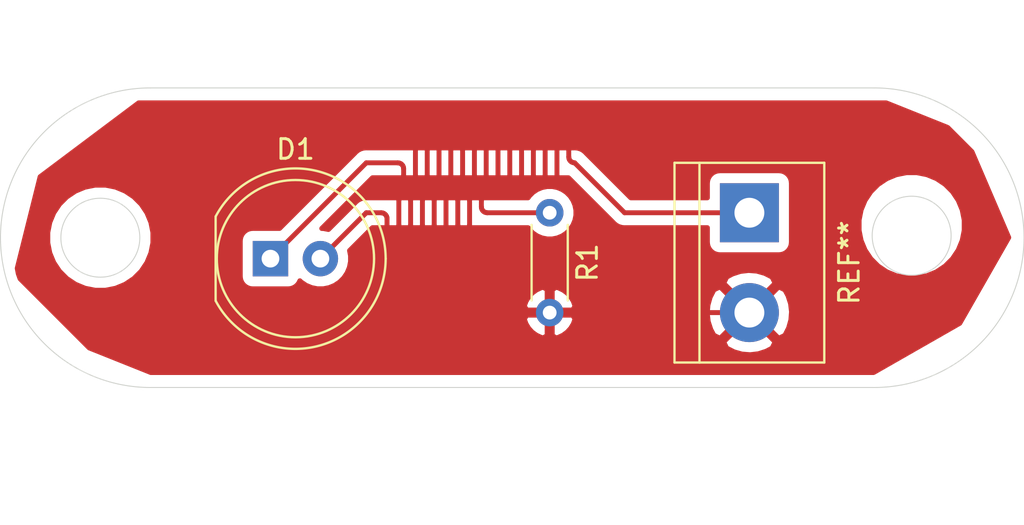
<source format=kicad_pcb>
(kicad_pcb (version 20171130) (host pcbnew "(5.1.5)-3")

  (general
    (thickness 1.6)
    (drawings 6)
    (tracks 368)
    (zones 0)
    (modules 3)
    (nets 4)
  )

  (page A4)
  (title_block
    (title "Simple PCB")
    (date 2020-04-01)
    (rev 1)
    (company Falkon)
    (comment 1 "Designed by Adam Falkowski")
  )

  (layers
    (0 F.Cu signal)
    (31 B.Cu signal)
    (32 B.Adhes user)
    (33 F.Adhes user)
    (34 B.Paste user)
    (35 F.Paste user)
    (36 B.SilkS user)
    (37 F.SilkS user)
    (38 B.Mask user)
    (39 F.Mask user)
    (40 Dwgs.User user)
    (41 Cmts.User user)
    (42 Eco1.User user)
    (43 Eco2.User user)
    (44 Edge.Cuts user)
    (45 Margin user)
    (46 B.CrtYd user)
    (47 F.CrtYd user)
    (48 B.Fab user)
    (49 F.Fab user)
  )

  (setup
    (last_trace_width 0.25)
    (trace_clearance 0.2)
    (zone_clearance 0.508)
    (zone_45_only no)
    (trace_min 0.2)
    (via_size 0.8)
    (via_drill 0.4)
    (via_min_size 0.4)
    (via_min_drill 0.3)
    (uvia_size 0.3)
    (uvia_drill 0.1)
    (uvias_allowed no)
    (uvia_min_size 0.2)
    (uvia_min_drill 0.1)
    (edge_width 0.05)
    (segment_width 0.2)
    (pcb_text_width 0.3)
    (pcb_text_size 1.5 1.5)
    (mod_edge_width 0.12)
    (mod_text_size 1 1)
    (mod_text_width 0.15)
    (pad_size 2.5 2.5)
    (pad_drill 2.5)
    (pad_to_mask_clearance 0.051)
    (solder_mask_min_width 0.25)
    (aux_axis_origin 0 0)
    (visible_elements 7FFFF7FF)
    (pcbplotparams
      (layerselection 0x010fc_ffffffff)
      (usegerberextensions false)
      (usegerberattributes false)
      (usegerberadvancedattributes false)
      (creategerberjobfile false)
      (excludeedgelayer true)
      (linewidth 0.100000)
      (plotframeref false)
      (viasonmask false)
      (mode 1)
      (useauxorigin false)
      (hpglpennumber 1)
      (hpglpenspeed 20)
      (hpglpendiameter 15.000000)
      (psnegative false)
      (psa4output false)
      (plotreference true)
      (plotvalue true)
      (plotinvisibletext false)
      (padsonsilk false)
      (subtractmaskfromsilk false)
      (outputformat 1)
      (mirror false)
      (drillshape 1)
      (scaleselection 1)
      (outputdirectory ""))
  )

  (net 0 "")
  (net 1 GND)
  (net 2 "Net-(D1-Pad2)")
  (net 3 +5V)

  (net_class Default "This is the default net class."
    (clearance 0.2)
    (trace_width 0.25)
    (via_dia 0.8)
    (via_drill 0.4)
    (uvia_dia 0.3)
    (uvia_drill 0.1)
    (add_net +5V)
    (add_net GND)
    (add_net "Net-(D1-Pad2)")
  )

  (module TerminalBlock:TerminalBlock_bornier-2_P5.08mm (layer F.Cu) (tedit 59FF03AB) (tstamp 5E85A13D)
    (at 165.1 96.52 270)
    (descr "simple 2-pin terminal block, pitch 5.08mm, revamped version of bornier2")
    (tags "terminal block bornier2")
    (fp_text reference REF** (at 2.54 -5.08 90) (layer F.SilkS)
      (effects (font (size 1 1) (thickness 0.15)))
    )
    (fp_text value TerminalBlock_bornier-2_P5.08mm (at 2.54 5.08 90) (layer F.Fab)
      (effects (font (size 1 1) (thickness 0.15)))
    )
    (fp_line (start 7.79 4) (end -2.71 4) (layer F.CrtYd) (width 0.05))
    (fp_line (start 7.79 4) (end 7.79 -4) (layer F.CrtYd) (width 0.05))
    (fp_line (start -2.71 -4) (end -2.71 4) (layer F.CrtYd) (width 0.05))
    (fp_line (start -2.71 -4) (end 7.79 -4) (layer F.CrtYd) (width 0.05))
    (fp_line (start -2.54 3.81) (end 7.62 3.81) (layer F.SilkS) (width 0.12))
    (fp_line (start -2.54 -3.81) (end -2.54 3.81) (layer F.SilkS) (width 0.12))
    (fp_line (start 7.62 -3.81) (end -2.54 -3.81) (layer F.SilkS) (width 0.12))
    (fp_line (start 7.62 3.81) (end 7.62 -3.81) (layer F.SilkS) (width 0.12))
    (fp_line (start 7.62 2.54) (end -2.54 2.54) (layer F.SilkS) (width 0.12))
    (fp_line (start 7.54 -3.75) (end -2.46 -3.75) (layer F.Fab) (width 0.1))
    (fp_line (start 7.54 3.75) (end 7.54 -3.75) (layer F.Fab) (width 0.1))
    (fp_line (start -2.46 3.75) (end 7.54 3.75) (layer F.Fab) (width 0.1))
    (fp_line (start -2.46 -3.75) (end -2.46 3.75) (layer F.Fab) (width 0.1))
    (fp_line (start -2.41 2.55) (end 7.49 2.55) (layer F.Fab) (width 0.1))
    (fp_text user %R (at 2.54 0 90) (layer F.Fab)
      (effects (font (size 1 1) (thickness 0.15)))
    )
    (pad 2 thru_hole circle (at 5.08 0 270) (size 3 3) (drill 1.52) (layers *.Cu *.Mask)
      (net 3 +5V))
    (pad 1 thru_hole rect (at 0 0 270) (size 3 3) (drill 1.52) (layers *.Cu *.Mask))
    (model ${KISYS3DMOD}/TerminalBlock.3dshapes/TerminalBlock_bornier-2_P5.08mm.wrl
      (offset (xyz 2.539999961853027 0 0))
      (scale (xyz 1 1 1))
      (rotate (xyz 0 0 0))
    )
  )

  (module LED_THT:LED_D8.0mm (layer F.Cu) (tedit 587A3A7B) (tstamp 5E854D2E)
    (at 140.735001 98.855001)
    (descr "LED, diameter 8.0mm, 2 pins, http://cdn-reichelt.de/documents/datenblatt/A500/LED8MMGE_LED8MMGN_LED8MMRT%23KIN.pdf")
    (tags "LED diameter 8.0mm 2 pins")
    (path /5E84C576)
    (fp_text reference D1 (at 1.27 -5.56) (layer F.SilkS)
      (effects (font (size 1 1) (thickness 0.15)))
    )
    (fp_text value LED (at 1.27 5.56) (layer F.Fab)
      (effects (font (size 1 1) (thickness 0.15)))
    )
    (fp_arc (start 1.27 0) (end -2.73 -2.061553) (angle 305.5) (layer F.Fab) (width 0.1))
    (fp_arc (start 1.27 0) (end -2.79 -2.141145) (angle 152.2) (layer F.SilkS) (width 0.12))
    (fp_arc (start 1.27 0) (end -2.79 2.141145) (angle -152.2) (layer F.SilkS) (width 0.12))
    (fp_circle (center 1.27 0) (end 5.27 0) (layer F.Fab) (width 0.1))
    (fp_circle (center 1.27 0) (end 5.27 0) (layer F.SilkS) (width 0.12))
    (fp_line (start -2.73 -2.061553) (end -2.73 2.061553) (layer F.Fab) (width 0.1))
    (fp_line (start -2.79 -2.142) (end -2.79 2.142) (layer F.SilkS) (width 0.12))
    (fp_line (start -3.55 -4.85) (end -3.55 4.85) (layer F.CrtYd) (width 0.05))
    (fp_line (start -3.55 4.85) (end 6.1 4.85) (layer F.CrtYd) (width 0.05))
    (fp_line (start 6.1 4.85) (end 6.1 -4.85) (layer F.CrtYd) (width 0.05))
    (fp_line (start 6.1 -4.85) (end -3.55 -4.85) (layer F.CrtYd) (width 0.05))
    (pad 1 thru_hole rect (at 0 0) (size 1.8 1.8) (drill 0.9) (layers *.Cu *.Mask)
      (net 1 GND))
    (pad 2 thru_hole circle (at 2.54 0) (size 1.8 1.8) (drill 0.9) (layers *.Cu *.Mask)
      (net 2 "Net-(D1-Pad2)"))
    (model ${KISYS3DMOD}/LED_THT.3dshapes/LED_D8.0mm.wrl
      (at (xyz 0 0 0))
      (scale (xyz 1 1 1))
      (rotate (xyz 0 0 0))
    )
  )

  (module Resistor_THT:R_Axial_DIN0204_L3.6mm_D1.6mm_P5.08mm_Horizontal (layer F.Cu) (tedit 5AE5139B) (tstamp 5E854D41)
    (at 154.94 96.52 270)
    (descr "Resistor, Axial_DIN0204 series, Axial, Horizontal, pin pitch=5.08mm, 0.167W, length*diameter=3.6*1.6mm^2, http://cdn-reichelt.de/documents/datenblatt/B400/1_4W%23YAG.pdf")
    (tags "Resistor Axial_DIN0204 series Axial Horizontal pin pitch 5.08mm 0.167W length 3.6mm diameter 1.6mm")
    (path /5E85291E)
    (fp_text reference R1 (at 2.54 -1.92 90) (layer F.SilkS)
      (effects (font (size 1 1) (thickness 0.15)))
    )
    (fp_text value R (at 2.54 1.92 90) (layer F.Fab)
      (effects (font (size 1 1) (thickness 0.15)))
    )
    (fp_line (start 0.74 -0.8) (end 0.74 0.8) (layer F.Fab) (width 0.1))
    (fp_line (start 0.74 0.8) (end 4.34 0.8) (layer F.Fab) (width 0.1))
    (fp_line (start 4.34 0.8) (end 4.34 -0.8) (layer F.Fab) (width 0.1))
    (fp_line (start 4.34 -0.8) (end 0.74 -0.8) (layer F.Fab) (width 0.1))
    (fp_line (start 0 0) (end 0.74 0) (layer F.Fab) (width 0.1))
    (fp_line (start 5.08 0) (end 4.34 0) (layer F.Fab) (width 0.1))
    (fp_line (start 0.62 -0.92) (end 4.46 -0.92) (layer F.SilkS) (width 0.12))
    (fp_line (start 0.62 0.92) (end 4.46 0.92) (layer F.SilkS) (width 0.12))
    (fp_line (start -0.95 -1.05) (end -0.95 1.05) (layer F.CrtYd) (width 0.05))
    (fp_line (start -0.95 1.05) (end 6.03 1.05) (layer F.CrtYd) (width 0.05))
    (fp_line (start 6.03 1.05) (end 6.03 -1.05) (layer F.CrtYd) (width 0.05))
    (fp_line (start 6.03 -1.05) (end -0.95 -1.05) (layer F.CrtYd) (width 0.05))
    (fp_text user %R (at 2.54 0 90) (layer F.Fab)
      (effects (font (size 0.72 0.72) (thickness 0.108)))
    )
    (pad 1 thru_hole circle (at 0 0 270) (size 1.4 1.4) (drill 0.7) (layers *.Cu *.Mask)
      (net 2 "Net-(D1-Pad2)"))
    (pad 2 thru_hole oval (at 5.08 0 270) (size 1.4 1.4) (drill 0.7) (layers *.Cu *.Mask)
      (net 3 +5V))
    (model ${KISYS3DMOD}/Resistor_THT.3dshapes/R_Axial_DIN0204_L3.6mm_D1.6mm_P5.08mm_Horizontal.wrl
      (at (xyz 0 0 0))
      (scale (xyz 1 1 1))
      (rotate (xyz 0 0 0))
    )
  )

  (gr_circle (center 173.355 97.686954) (end 172.72 95.781954) (layer Edge.Cuts) (width 0.05))
  (gr_circle (center 132.08 97.79) (end 132.715 95.885) (layer Edge.Cuts) (width 0.05))
  (gr_arc (start 134.62 97.79) (end 134.62 90.17) (angle -180) (layer Edge.Cuts) (width 0.05))
  (gr_line (start 171.45 90.17) (end 134.62 90.17) (layer Edge.Cuts) (width 0.05))
  (gr_arc (start 171.45 97.79) (end 171.45 105.41) (angle -180) (layer Edge.Cuts) (width 0.05))
  (gr_line (start 134.62 105.41) (end 171.45 105.41) (layer Edge.Cuts) (width 0.05))

  (segment (start 145.610002 93.98) (end 140.735001 98.855001) (width 0.25) (layer F.Cu) (net 0))
  (segment (start 147.21 93.98) (end 145.610002 93.98) (width 0.25) (layer F.Cu) (net 0))
  (segment (start 147.276756 93.987522) (end 147.21 93.98) (width 0.25) (layer F.Cu) (net 0))
  (segment (start 147.340165 94.00971) (end 147.276756 93.987522) (width 0.25) (layer F.Cu) (net 0))
  (segment (start 147.397046 94.045451) (end 147.340165 94.00971) (width 0.25) (layer F.Cu) (net 0))
  (segment (start 147.444549 94.092954) (end 147.397046 94.045451) (width 0.25) (layer F.Cu) (net 0))
  (segment (start 147.48029 94.149835) (end 147.444549 94.092954) (width 0.25) (layer F.Cu) (net 0))
  (segment (start 147.502478 94.213244) (end 147.48029 94.149835) (width 0.25) (layer F.Cu) (net 0))
  (segment (start 147.51 94.28) (end 147.502478 94.213244) (width 0.25) (layer F.Cu) (net 0))
  (segment (start 147.51 94.624865) (end 147.51 94.28) (width 0.25) (layer F.Cu) (net 0))
  (segment (start 147.517521 94.691622) (end 147.51 94.624865) (width 0.25) (layer F.Cu) (net 0))
  (segment (start 147.539709 94.755031) (end 147.517521 94.691622) (width 0.25) (layer F.Cu) (net 0))
  (segment (start 147.57545 94.811912) (end 147.539709 94.755031) (width 0.25) (layer F.Cu) (net 0))
  (segment (start 147.622953 94.859415) (end 147.57545 94.811912) (width 0.25) (layer F.Cu) (net 0))
  (segment (start 147.679834 94.895156) (end 147.622953 94.859415) (width 0.25) (layer F.Cu) (net 0))
  (segment (start 147.743243 94.917344) (end 147.679834 94.895156) (width 0.25) (layer F.Cu) (net 0))
  (segment (start 147.81 94.924865) (end 147.743243 94.917344) (width 0.25) (layer F.Cu) (net 0))
  (segment (start 147.876756 94.917344) (end 147.81 94.924865) (width 0.25) (layer F.Cu) (net 0))
  (segment (start 147.940165 94.895156) (end 147.876756 94.917344) (width 0.25) (layer F.Cu) (net 0))
  (segment (start 147.997046 94.859415) (end 147.940165 94.895156) (width 0.25) (layer F.Cu) (net 0))
  (segment (start 148.044549 94.811912) (end 147.997046 94.859415) (width 0.25) (layer F.Cu) (net 0))
  (segment (start 148.08029 94.755031) (end 148.044549 94.811912) (width 0.25) (layer F.Cu) (net 0))
  (segment (start 148.102478 94.691622) (end 148.08029 94.755031) (width 0.25) (layer F.Cu) (net 0))
  (segment (start 148.11 94.624865) (end 148.102478 94.691622) (width 0.25) (layer F.Cu) (net 0))
  (segment (start 148.11 93.335135) (end 148.11 94.624865) (width 0.25) (layer F.Cu) (net 0))
  (segment (start 148.117521 93.268378) (end 148.11 93.335135) (width 0.25) (layer F.Cu) (net 0))
  (segment (start 148.139709 93.204969) (end 148.117521 93.268378) (width 0.25) (layer F.Cu) (net 0))
  (segment (start 148.17545 93.148088) (end 148.139709 93.204969) (width 0.25) (layer F.Cu) (net 0))
  (segment (start 148.222953 93.100585) (end 148.17545 93.148088) (width 0.25) (layer F.Cu) (net 0))
  (segment (start 148.279834 93.064844) (end 148.222953 93.100585) (width 0.25) (layer F.Cu) (net 0))
  (segment (start 152.37545 94.811912) (end 152.339709 94.755031) (width 0.25) (layer F.Cu) (net 0))
  (segment (start 152.422953 94.859415) (end 152.37545 94.811912) (width 0.25) (layer F.Cu) (net 0))
  (segment (start 152.479834 94.895156) (end 152.422953 94.859415) (width 0.25) (layer F.Cu) (net 0))
  (segment (start 152.61 94.924865) (end 152.543243 94.917344) (width 0.25) (layer F.Cu) (net 0))
  (segment (start 152.740165 94.895156) (end 152.676756 94.917344) (width 0.25) (layer F.Cu) (net 0))
  (segment (start 152.797046 94.859415) (end 152.740165 94.895156) (width 0.25) (layer F.Cu) (net 0))
  (segment (start 152.844549 94.811912) (end 152.797046 94.859415) (width 0.25) (layer F.Cu) (net 0))
  (segment (start 152.88029 94.755031) (end 152.844549 94.811912) (width 0.25) (layer F.Cu) (net 0))
  (segment (start 152.91 94.624865) (end 152.902478 94.691622) (width 0.25) (layer F.Cu) (net 0))
  (segment (start 152.917521 93.268378) (end 152.91 93.335135) (width 0.25) (layer F.Cu) (net 0))
  (segment (start 152.939709 93.204969) (end 152.917521 93.268378) (width 0.25) (layer F.Cu) (net 0))
  (segment (start 153.022953 93.100585) (end 152.97545 93.148088) (width 0.25) (layer F.Cu) (net 0))
  (segment (start 153.079834 93.064844) (end 153.022953 93.100585) (width 0.25) (layer F.Cu) (net 0))
  (segment (start 153.143243 93.042656) (end 153.079834 93.064844) (width 0.25) (layer F.Cu) (net 0))
  (segment (start 153.21 93.035135) (end 153.143243 93.042656) (width 0.25) (layer F.Cu) (net 0))
  (segment (start 153.444549 93.148088) (end 153.397046 93.100585) (width 0.25) (layer F.Cu) (net 0))
  (segment (start 153.48029 93.204969) (end 153.444549 93.148088) (width 0.25) (layer F.Cu) (net 0))
  (segment (start 153.502478 93.268378) (end 153.48029 93.204969) (width 0.25) (layer F.Cu) (net 0))
  (segment (start 153.51 93.335135) (end 153.502478 93.268378) (width 0.25) (layer F.Cu) (net 0))
  (segment (start 153.539709 94.755031) (end 153.517521 94.691622) (width 0.25) (layer F.Cu) (net 0))
  (segment (start 153.622953 94.859415) (end 153.57545 94.811912) (width 0.25) (layer F.Cu) (net 0))
  (segment (start 153.743243 94.917344) (end 153.679834 94.895156) (width 0.25) (layer F.Cu) (net 0))
  (segment (start 153.81 94.924865) (end 153.743243 94.917344) (width 0.25) (layer F.Cu) (net 0))
  (segment (start 153.876756 94.917344) (end 153.81 94.924865) (width 0.25) (layer F.Cu) (net 0))
  (segment (start 153.940165 94.895156) (end 153.876756 94.917344) (width 0.25) (layer F.Cu) (net 0))
  (segment (start 153.997046 94.859415) (end 153.940165 94.895156) (width 0.25) (layer F.Cu) (net 0))
  (segment (start 154.044549 94.811912) (end 153.997046 94.859415) (width 0.25) (layer F.Cu) (net 0))
  (segment (start 154.11 94.624865) (end 154.102478 94.691622) (width 0.25) (layer F.Cu) (net 0))
  (segment (start 154.117521 93.268378) (end 154.11 93.335135) (width 0.25) (layer F.Cu) (net 0))
  (segment (start 154.139709 93.204969) (end 154.117521 93.268378) (width 0.25) (layer F.Cu) (net 0))
  (segment (start 154.17545 93.148088) (end 154.139709 93.204969) (width 0.25) (layer F.Cu) (net 0))
  (segment (start 154.279834 93.064844) (end 154.222953 93.100585) (width 0.25) (layer F.Cu) (net 0))
  (segment (start 154.343243 93.042656) (end 154.279834 93.064844) (width 0.25) (layer F.Cu) (net 0))
  (segment (start 154.41 93.035135) (end 154.343243 93.042656) (width 0.25) (layer F.Cu) (net 0))
  (segment (start 153.340165 93.064844) (end 153.276756 93.042656) (width 0.25) (layer F.Cu) (net 0))
  (segment (start 155.339709 93.204969) (end 155.317521 93.268378) (width 0.25) (layer F.Cu) (net 0))
  (segment (start 153.51 94.624865) (end 153.51 93.335135) (width 0.25) (layer F.Cu) (net 0))
  (segment (start 155.37545 93.148088) (end 155.339709 93.204969) (width 0.25) (layer F.Cu) (net 0))
  (segment (start 148.597046 93.100585) (end 148.540165 93.064844) (width 0.25) (layer F.Cu) (net 0))
  (segment (start 154.11 93.335135) (end 154.11 94.624865) (width 0.25) (layer F.Cu) (net 0))
  (segment (start 155.422953 93.100585) (end 155.37545 93.148088) (width 0.25) (layer F.Cu) (net 0))
  (segment (start 154.71 93.335135) (end 154.702478 93.268378) (width 0.25) (layer F.Cu) (net 0))
  (segment (start 155.479834 93.064844) (end 155.422953 93.100585) (width 0.25) (layer F.Cu) (net 0))
  (segment (start 155.676756 93.042656) (end 155.61 93.035135) (width 0.25) (layer F.Cu) (net 0))
  (segment (start 152.676756 94.917344) (end 152.61 94.924865) (width 0.25) (layer F.Cu) (net 0))
  (segment (start 154.702478 93.268378) (end 154.68029 93.204969) (width 0.25) (layer F.Cu) (net 0))
  (segment (start 148.71 93.335135) (end 148.702478 93.268378) (width 0.25) (layer F.Cu) (net 0))
  (segment (start 155.740165 93.064844) (end 155.676756 93.042656) (width 0.25) (layer F.Cu) (net 0))
  (segment (start 155.31 94.624865) (end 155.302478 94.691622) (width 0.25) (layer F.Cu) (net 0))
  (segment (start 149.01 94.924865) (end 148.943243 94.917344) (width 0.25) (layer F.Cu) (net 0))
  (segment (start 155.797046 93.100585) (end 155.740165 93.064844) (width 0.25) (layer F.Cu) (net 0))
  (segment (start 154.68029 93.204969) (end 154.644549 93.148088) (width 0.25) (layer F.Cu) (net 0))
  (segment (start 153.679834 94.895156) (end 153.622953 94.859415) (width 0.25) (layer F.Cu) (net 0))
  (segment (start 155.844549 93.148088) (end 155.797046 93.100585) (width 0.25) (layer F.Cu) (net 0))
  (segment (start 155.88029 93.204969) (end 155.844549 93.148088) (width 0.25) (layer F.Cu) (net 0))
  (segment (start 148.822953 94.859415) (end 148.77545 94.811912) (width 0.25) (layer F.Cu) (net 0))
  (segment (start 154.222953 93.100585) (end 154.17545 93.148088) (width 0.25) (layer F.Cu) (net 0))
  (segment (start 156.079834 93.95029) (end 156.022953 93.914549) (width 0.25) (layer F.Cu) (net 0))
  (segment (start 149.140165 94.895156) (end 149.076756 94.917344) (width 0.25) (layer F.Cu) (net 0))
  (segment (start 152.543243 94.917344) (end 152.479834 94.895156) (width 0.25) (layer F.Cu) (net 0))
  (segment (start 158.75 96.52) (end 156.21 93.98) (width 0.25) (layer F.Cu) (net 0))
  (segment (start 154.717521 94.691622) (end 154.71 94.624865) (width 0.25) (layer F.Cu) (net 0))
  (segment (start 156.022953 93.914549) (end 155.97545 93.867046) (width 0.25) (layer F.Cu) (net 0))
  (segment (start 148.77545 94.811912) (end 148.739709 94.755031) (width 0.25) (layer F.Cu) (net 0))
  (segment (start 155.076756 94.917344) (end 155.01 94.924865) (width 0.25) (layer F.Cu) (net 0))
  (segment (start 155.91 93.68) (end 155.91 93.335135) (width 0.25) (layer F.Cu) (net 0))
  (segment (start 155.61 93.035135) (end 155.543243 93.042656) (width 0.25) (layer F.Cu) (net 0))
  (segment (start 156.143243 93.972478) (end 156.079834 93.95029) (width 0.25) (layer F.Cu) (net 0))
  (segment (start 152.902478 94.691622) (end 152.88029 94.755031) (width 0.25) (layer F.Cu) (net 0))
  (segment (start 155.902478 93.268378) (end 155.88029 93.204969) (width 0.25) (layer F.Cu) (net 0))
  (segment (start 149.244549 94.811912) (end 149.197046 94.859415) (width 0.25) (layer F.Cu) (net 0))
  (segment (start 152.91 93.335135) (end 152.91 94.624865) (width 0.25) (layer F.Cu) (net 0))
  (segment (start 155.97545 93.867046) (end 155.939709 93.810165) (width 0.25) (layer F.Cu) (net 0))
  (segment (start 156.21 93.98) (end 156.143243 93.972478) (width 0.25) (layer F.Cu) (net 0))
  (segment (start 155.939709 93.810165) (end 155.917521 93.746756) (width 0.25) (layer F.Cu) (net 0))
  (segment (start 154.08029 94.755031) (end 154.044549 94.811912) (width 0.25) (layer F.Cu) (net 0))
  (segment (start 155.543243 93.042656) (end 155.479834 93.064844) (width 0.25) (layer F.Cu) (net 0))
  (segment (start 148.717521 94.691622) (end 148.71 94.624865) (width 0.25) (layer F.Cu) (net 0))
  (segment (start 153.276756 93.042656) (end 153.21 93.035135) (width 0.25) (layer F.Cu) (net 0))
  (segment (start 155.917521 93.746756) (end 155.91 93.68) (width 0.25) (layer F.Cu) (net 0))
  (segment (start 149.302478 94.691622) (end 149.28029 94.755031) (width 0.25) (layer F.Cu) (net 0))
  (segment (start 154.644549 93.148088) (end 154.597046 93.100585) (width 0.25) (layer F.Cu) (net 0))
  (segment (start 148.68029 93.204969) (end 148.644549 93.148088) (width 0.25) (layer F.Cu) (net 0))
  (segment (start 165.1 96.52) (end 158.75 96.52) (width 0.25) (layer F.Cu) (net 0))
  (segment (start 155.31 93.335135) (end 155.31 94.624865) (width 0.25) (layer F.Cu) (net 0))
  (segment (start 155.91 93.335135) (end 155.902478 93.268378) (width 0.25) (layer F.Cu) (net 0))
  (segment (start 154.102478 94.691622) (end 154.08029 94.755031) (width 0.25) (layer F.Cu) (net 0))
  (segment (start 155.317521 93.268378) (end 155.31 93.335135) (width 0.25) (layer F.Cu) (net 0))
  (segment (start 149.076756 94.917344) (end 149.01 94.924865) (width 0.25) (layer F.Cu) (net 0))
  (segment (start 154.476756 93.042656) (end 154.41 93.035135) (width 0.25) (layer F.Cu) (net 0))
  (segment (start 148.476756 93.042656) (end 148.41 93.035135) (width 0.25) (layer F.Cu) (net 0))
  (segment (start 153.397046 93.100585) (end 153.340165 93.064844) (width 0.25) (layer F.Cu) (net 0))
  (segment (start 155.302478 94.691622) (end 155.28029 94.755031) (width 0.25) (layer F.Cu) (net 0))
  (segment (start 155.28029 94.755031) (end 155.244549 94.811912) (width 0.25) (layer F.Cu) (net 0))
  (segment (start 148.644549 93.148088) (end 148.597046 93.100585) (width 0.25) (layer F.Cu) (net 0))
  (segment (start 155.244549 94.811912) (end 155.197046 94.859415) (width 0.25) (layer F.Cu) (net 0))
  (segment (start 155.197046 94.859415) (end 155.140165 94.895156) (width 0.25) (layer F.Cu) (net 0))
  (segment (start 153.57545 94.811912) (end 153.539709 94.755031) (width 0.25) (layer F.Cu) (net 0))
  (segment (start 155.140165 94.895156) (end 155.076756 94.917344) (width 0.25) (layer F.Cu) (net 0))
  (segment (start 149.197046 94.859415) (end 149.140165 94.895156) (width 0.25) (layer F.Cu) (net 0))
  (segment (start 153.517521 94.691622) (end 153.51 94.624865) (width 0.25) (layer F.Cu) (net 0))
  (segment (start 155.01 94.924865) (end 154.943243 94.917344) (width 0.25) (layer F.Cu) (net 0))
  (segment (start 148.71 94.624865) (end 148.71 93.335135) (width 0.25) (layer F.Cu) (net 0))
  (segment (start 154.943243 94.917344) (end 154.879834 94.895156) (width 0.25) (layer F.Cu) (net 0))
  (segment (start 148.943243 94.917344) (end 148.879834 94.895156) (width 0.25) (layer F.Cu) (net 0))
  (segment (start 154.879834 94.895156) (end 154.822953 94.859415) (width 0.25) (layer F.Cu) (net 0))
  (segment (start 149.28029 94.755031) (end 149.244549 94.811912) (width 0.25) (layer F.Cu) (net 0))
  (segment (start 154.822953 94.859415) (end 154.77545 94.811912) (width 0.25) (layer F.Cu) (net 0))
  (segment (start 148.739709 94.755031) (end 148.717521 94.691622) (width 0.25) (layer F.Cu) (net 0))
  (segment (start 154.77545 94.811912) (end 154.739709 94.755031) (width 0.25) (layer F.Cu) (net 0))
  (segment (start 152.97545 93.148088) (end 152.939709 93.204969) (width 0.25) (layer F.Cu) (net 0))
  (segment (start 154.739709 94.755031) (end 154.717521 94.691622) (width 0.25) (layer F.Cu) (net 0))
  (segment (start 148.41 93.035135) (end 148.343243 93.042656) (width 0.25) (layer F.Cu) (net 0))
  (segment (start 154.71 94.624865) (end 154.71 93.335135) (width 0.25) (layer F.Cu) (net 0))
  (segment (start 154.597046 93.100585) (end 154.540165 93.064844) (width 0.25) (layer F.Cu) (net 0))
  (segment (start 154.540165 93.064844) (end 154.476756 93.042656) (width 0.25) (layer F.Cu) (net 0))
  (segment (start 152.339709 94.755031) (end 152.317521 94.691622) (width 0.25) (layer F.Cu) (net 0))
  (segment (start 152.317521 94.691622) (end 152.31 94.624865) (width 0.25) (layer F.Cu) (net 0))
  (segment (start 152.31 94.624865) (end 152.31 93.335135) (width 0.25) (layer F.Cu) (net 0))
  (segment (start 152.31 93.335135) (end 152.302478 93.268378) (width 0.25) (layer F.Cu) (net 0))
  (segment (start 152.302478 93.268378) (end 152.28029 93.204969) (width 0.25) (layer F.Cu) (net 0))
  (segment (start 152.28029 93.204969) (end 152.244549 93.148088) (width 0.25) (layer F.Cu) (net 0))
  (segment (start 152.244549 93.148088) (end 152.197046 93.100585) (width 0.25) (layer F.Cu) (net 0))
  (segment (start 152.197046 93.100585) (end 152.140165 93.064844) (width 0.25) (layer F.Cu) (net 0))
  (segment (start 152.140165 93.064844) (end 152.076756 93.042656) (width 0.25) (layer F.Cu) (net 0))
  (segment (start 152.076756 93.042656) (end 152.01 93.035135) (width 0.25) (layer F.Cu) (net 0))
  (segment (start 152.01 93.035135) (end 151.943243 93.042656) (width 0.25) (layer F.Cu) (net 0))
  (segment (start 151.943243 93.042656) (end 151.879834 93.064844) (width 0.25) (layer F.Cu) (net 0))
  (segment (start 151.879834 93.064844) (end 151.822953 93.100585) (width 0.25) (layer F.Cu) (net 0))
  (segment (start 151.822953 93.100585) (end 151.77545 93.148088) (width 0.25) (layer F.Cu) (net 0))
  (segment (start 151.77545 93.148088) (end 151.739709 93.204969) (width 0.25) (layer F.Cu) (net 0))
  (segment (start 151.739709 93.204969) (end 151.717521 93.268378) (width 0.25) (layer F.Cu) (net 0))
  (segment (start 151.717521 93.268378) (end 151.71 93.335135) (width 0.25) (layer F.Cu) (net 0))
  (segment (start 151.71 93.335135) (end 151.71 94.624865) (width 0.25) (layer F.Cu) (net 0))
  (segment (start 151.71 94.624865) (end 151.702478 94.691622) (width 0.25) (layer F.Cu) (net 0))
  (segment (start 151.702478 94.691622) (end 151.68029 94.755031) (width 0.25) (layer F.Cu) (net 0))
  (segment (start 151.68029 94.755031) (end 151.644549 94.811912) (width 0.25) (layer F.Cu) (net 0))
  (segment (start 151.644549 94.811912) (end 151.597046 94.859415) (width 0.25) (layer F.Cu) (net 0))
  (segment (start 151.597046 94.859415) (end 151.540165 94.895156) (width 0.25) (layer F.Cu) (net 0))
  (segment (start 151.540165 94.895156) (end 151.476756 94.917344) (width 0.25) (layer F.Cu) (net 0))
  (segment (start 151.476756 94.917344) (end 151.41 94.924865) (width 0.25) (layer F.Cu) (net 0))
  (segment (start 151.41 94.924865) (end 151.343243 94.917344) (width 0.25) (layer F.Cu) (net 0))
  (segment (start 151.343243 94.917344) (end 151.279834 94.895156) (width 0.25) (layer F.Cu) (net 0))
  (segment (start 151.279834 94.895156) (end 151.222953 94.859415) (width 0.25) (layer F.Cu) (net 0))
  (segment (start 151.222953 94.859415) (end 151.17545 94.811912) (width 0.25) (layer F.Cu) (net 0))
  (segment (start 151.17545 94.811912) (end 151.139709 94.755031) (width 0.25) (layer F.Cu) (net 0))
  (segment (start 151.139709 94.755031) (end 151.117521 94.691622) (width 0.25) (layer F.Cu) (net 0))
  (segment (start 151.117521 94.691622) (end 151.11 94.624865) (width 0.25) (layer F.Cu) (net 0))
  (segment (start 151.11 94.624865) (end 151.11 93.335135) (width 0.25) (layer F.Cu) (net 0))
  (segment (start 151.11 93.335135) (end 151.102478 93.268378) (width 0.25) (layer F.Cu) (net 0))
  (segment (start 151.102478 93.268378) (end 151.08029 93.204969) (width 0.25) (layer F.Cu) (net 0))
  (segment (start 151.08029 93.204969) (end 151.044549 93.148088) (width 0.25) (layer F.Cu) (net 0))
  (segment (start 151.044549 93.148088) (end 150.997046 93.100585) (width 0.25) (layer F.Cu) (net 0))
  (segment (start 150.997046 93.100585) (end 150.940165 93.064844) (width 0.25) (layer F.Cu) (net 0))
  (segment (start 150.940165 93.064844) (end 150.876756 93.042656) (width 0.25) (layer F.Cu) (net 0))
  (segment (start 150.876756 93.042656) (end 150.81 93.035135) (width 0.25) (layer F.Cu) (net 0))
  (segment (start 150.81 93.035135) (end 150.743243 93.042656) (width 0.25) (layer F.Cu) (net 0))
  (segment (start 150.743243 93.042656) (end 150.679834 93.064844) (width 0.25) (layer F.Cu) (net 0))
  (segment (start 150.679834 93.064844) (end 150.622953 93.100585) (width 0.25) (layer F.Cu) (net 0))
  (segment (start 150.622953 93.100585) (end 150.57545 93.148088) (width 0.25) (layer F.Cu) (net 0))
  (segment (start 150.57545 93.148088) (end 150.539709 93.204969) (width 0.25) (layer F.Cu) (net 0))
  (segment (start 150.539709 93.204969) (end 150.517521 93.268378) (width 0.25) (layer F.Cu) (net 0))
  (segment (start 150.517521 93.268378) (end 150.51 93.335135) (width 0.25) (layer F.Cu) (net 0))
  (segment (start 150.51 93.335135) (end 150.51 94.624865) (width 0.25) (layer F.Cu) (net 0))
  (segment (start 150.51 94.624865) (end 150.502478 94.691622) (width 0.25) (layer F.Cu) (net 0))
  (segment (start 150.502478 94.691622) (end 150.48029 94.755031) (width 0.25) (layer F.Cu) (net 0))
  (segment (start 150.48029 94.755031) (end 150.444549 94.811912) (width 0.25) (layer F.Cu) (net 0))
  (segment (start 150.444549 94.811912) (end 150.397046 94.859415) (width 0.25) (layer F.Cu) (net 0))
  (segment (start 150.397046 94.859415) (end 150.340165 94.895156) (width 0.25) (layer F.Cu) (net 0))
  (segment (start 150.340165 94.895156) (end 150.276756 94.917344) (width 0.25) (layer F.Cu) (net 0))
  (segment (start 150.276756 94.917344) (end 150.21 94.924865) (width 0.25) (layer F.Cu) (net 0))
  (segment (start 150.21 94.924865) (end 150.143243 94.917344) (width 0.25) (layer F.Cu) (net 0))
  (segment (start 150.143243 94.917344) (end 150.079834 94.895156) (width 0.25) (layer F.Cu) (net 0))
  (segment (start 150.079834 94.895156) (end 150.022953 94.859415) (width 0.25) (layer F.Cu) (net 0))
  (segment (start 150.022953 94.859415) (end 149.97545 94.811912) (width 0.25) (layer F.Cu) (net 0))
  (segment (start 149.97545 94.811912) (end 149.939709 94.755031) (width 0.25) (layer F.Cu) (net 0))
  (segment (start 149.939709 94.755031) (end 149.917521 94.691622) (width 0.25) (layer F.Cu) (net 0))
  (segment (start 149.917521 94.691622) (end 149.91 94.624865) (width 0.25) (layer F.Cu) (net 0))
  (segment (start 149.91 94.624865) (end 149.91 93.335135) (width 0.25) (layer F.Cu) (net 0))
  (segment (start 149.91 93.335135) (end 149.902478 93.268378) (width 0.25) (layer F.Cu) (net 0))
  (segment (start 149.902478 93.268378) (end 149.88029 93.204969) (width 0.25) (layer F.Cu) (net 0))
  (segment (start 149.88029 93.204969) (end 149.844549 93.148088) (width 0.25) (layer F.Cu) (net 0))
  (segment (start 149.844549 93.148088) (end 149.797046 93.100585) (width 0.25) (layer F.Cu) (net 0))
  (segment (start 149.797046 93.100585) (end 149.740165 93.064844) (width 0.25) (layer F.Cu) (net 0))
  (segment (start 149.740165 93.064844) (end 149.676756 93.042656) (width 0.25) (layer F.Cu) (net 0))
  (segment (start 149.676756 93.042656) (end 149.61 93.035135) (width 0.25) (layer F.Cu) (net 0))
  (segment (start 149.61 93.035135) (end 149.543243 93.042656) (width 0.25) (layer F.Cu) (net 0))
  (segment (start 149.543243 93.042656) (end 149.479834 93.064844) (width 0.25) (layer F.Cu) (net 0))
  (segment (start 149.479834 93.064844) (end 149.422953 93.100585) (width 0.25) (layer F.Cu) (net 0))
  (segment (start 149.422953 93.100585) (end 149.37545 93.148088) (width 0.25) (layer F.Cu) (net 0))
  (segment (start 149.37545 93.148088) (end 149.339709 93.204969) (width 0.25) (layer F.Cu) (net 0))
  (segment (start 149.339709 93.204969) (end 149.317521 93.268378) (width 0.25) (layer F.Cu) (net 0))
  (segment (start 149.317521 93.268378) (end 149.31 93.335135) (width 0.25) (layer F.Cu) (net 0))
  (segment (start 149.31 93.335135) (end 149.31 94.624865) (width 0.25) (layer F.Cu) (net 0))
  (segment (start 149.31 94.624865) (end 149.302478 94.691622) (width 0.25) (layer F.Cu) (net 0))
  (segment (start 148.879834 94.895156) (end 148.822953 94.859415) (width 0.25) (layer F.Cu) (net 0))
  (segment (start 148.702478 93.268378) (end 148.68029 93.204969) (width 0.25) (layer F.Cu) (net 0))
  (segment (start 148.540165 93.064844) (end 148.476756 93.042656) (width 0.25) (layer F.Cu) (net 0))
  (segment (start 148.343243 93.042656) (end 148.279834 93.064844) (width 0.25) (layer F.Cu) (net 0))
  (segment (start 146.495165 96.54971) (end 146.431756 96.527522) (width 0.25) (layer F.Cu) (net 2))
  (segment (start 146.552046 96.585451) (end 146.495165 96.54971) (width 0.25) (layer F.Cu) (net 2))
  (segment (start 146.599549 96.632954) (end 146.552046 96.585451) (width 0.25) (layer F.Cu) (net 2))
  (segment (start 146.63529 96.689835) (end 146.599549 96.632954) (width 0.25) (layer F.Cu) (net 2))
  (segment (start 146.657478 96.753244) (end 146.63529 96.689835) (width 0.25) (layer F.Cu) (net 2))
  (segment (start 146.665 96.82) (end 146.657478 96.753244) (width 0.25) (layer F.Cu) (net 2))
  (segment (start 146.665 97.138962) (end 146.665 96.82) (width 0.25) (layer F.Cu) (net 2))
  (segment (start 146.672521 97.205719) (end 146.665 97.138962) (width 0.25) (layer F.Cu) (net 2))
  (segment (start 146.694709 97.269128) (end 146.672521 97.205719) (width 0.25) (layer F.Cu) (net 2))
  (segment (start 146.73045 97.326009) (end 146.694709 97.269128) (width 0.25) (layer F.Cu) (net 2))
  (segment (start 146.777953 97.373512) (end 146.73045 97.326009) (width 0.25) (layer F.Cu) (net 2))
  (segment (start 146.834834 97.409253) (end 146.777953 97.373512) (width 0.25) (layer F.Cu) (net 2))
  (segment (start 146.898243 97.431441) (end 146.834834 97.409253) (width 0.25) (layer F.Cu) (net 2))
  (segment (start 146.965 97.438962) (end 146.898243 97.431441) (width 0.25) (layer F.Cu) (net 2))
  (segment (start 147.031756 97.431441) (end 146.965 97.438962) (width 0.25) (layer F.Cu) (net 2))
  (segment (start 147.095165 97.409253) (end 147.031756 97.431441) (width 0.25) (layer F.Cu) (net 2))
  (segment (start 147.152046 97.373512) (end 147.095165 97.409253) (width 0.25) (layer F.Cu) (net 2))
  (segment (start 147.199549 97.326009) (end 147.152046 97.373512) (width 0.25) (layer F.Cu) (net 2))
  (segment (start 147.23529 97.269128) (end 147.199549 97.326009) (width 0.25) (layer F.Cu) (net 2))
  (segment (start 147.257478 97.205719) (end 147.23529 97.269128) (width 0.25) (layer F.Cu) (net 2))
  (segment (start 147.265 97.138962) (end 147.257478 97.205719) (width 0.25) (layer F.Cu) (net 2))
  (segment (start 147.265 95.901038) (end 147.265 97.138962) (width 0.25) (layer F.Cu) (net 2))
  (segment (start 147.272521 95.834281) (end 147.265 95.901038) (width 0.25) (layer F.Cu) (net 2))
  (segment (start 147.294709 95.770872) (end 147.272521 95.834281) (width 0.25) (layer F.Cu) (net 2))
  (segment (start 147.33045 95.713991) (end 147.294709 95.770872) (width 0.25) (layer F.Cu) (net 2))
  (segment (start 147.377953 95.666488) (end 147.33045 95.713991) (width 0.25) (layer F.Cu) (net 2))
  (segment (start 147.434834 95.630747) (end 147.377953 95.666488) (width 0.25) (layer F.Cu) (net 2))
  (segment (start 147.498243 95.608559) (end 147.434834 95.630747) (width 0.25) (layer F.Cu) (net 2))
  (segment (start 147.565 95.601038) (end 147.498243 95.608559) (width 0.25) (layer F.Cu) (net 2))
  (segment (start 147.631756 95.608559) (end 147.565 95.601038) (width 0.25) (layer F.Cu) (net 2))
  (segment (start 147.695165 95.630747) (end 147.631756 95.608559) (width 0.25) (layer F.Cu) (net 2))
  (segment (start 147.752046 95.666488) (end 147.695165 95.630747) (width 0.25) (layer F.Cu) (net 2))
  (segment (start 147.865 95.901038) (end 147.857478 95.834281) (width 0.25) (layer F.Cu) (net 2))
  (segment (start 147.865 97.138962) (end 147.865 95.901038) (width 0.25) (layer F.Cu) (net 2))
  (segment (start 147.872521 97.205719) (end 147.865 97.138962) (width 0.25) (layer F.Cu) (net 2))
  (segment (start 150.199549 95.713991) (end 150.152046 95.666488) (width 0.25) (layer F.Cu) (net 2))
  (segment (start 150.265 95.901038) (end 150.257478 95.834281) (width 0.25) (layer F.Cu) (net 2))
  (segment (start 146.431756 96.527522) (end 146.365 96.52) (width 0.25) (layer F.Cu) (net 2))
  (segment (start 150.265 97.138962) (end 150.265 95.901038) (width 0.25) (layer F.Cu) (net 2))
  (segment (start 149.965 95.601038) (end 149.898243 95.608559) (width 0.25) (layer F.Cu) (net 2))
  (segment (start 148.231756 97.431441) (end 148.165 97.438962) (width 0.25) (layer F.Cu) (net 2))
  (segment (start 150.272521 97.205719) (end 150.265 97.138962) (width 0.25) (layer F.Cu) (net 2))
  (segment (start 150.031756 95.608559) (end 149.965 95.601038) (width 0.25) (layer F.Cu) (net 2))
  (segment (start 150.377953 97.373512) (end 150.33045 97.326009) (width 0.25) (layer F.Cu) (net 2))
  (segment (start 150.434834 97.409253) (end 150.377953 97.373512) (width 0.25) (layer F.Cu) (net 2))
  (segment (start 150.294709 97.269128) (end 150.272521 97.205719) (width 0.25) (layer F.Cu) (net 2))
  (segment (start 150.498243 97.431441) (end 150.434834 97.409253) (width 0.25) (layer F.Cu) (net 2))
  (segment (start 150.565 97.438962) (end 150.498243 97.431441) (width 0.25) (layer F.Cu) (net 2))
  (segment (start 150.752046 97.373512) (end 150.695165 97.409253) (width 0.25) (layer F.Cu) (net 2))
  (segment (start 150.152046 95.666488) (end 150.095165 95.630747) (width 0.25) (layer F.Cu) (net 2))
  (segment (start 150.799549 97.326009) (end 150.752046 97.373512) (width 0.25) (layer F.Cu) (net 2))
  (segment (start 145.610002 96.52) (end 143.275001 98.855001) (width 0.25) (layer F.Cu) (net 2))
  (segment (start 150.23529 95.770872) (end 150.199549 95.713991) (width 0.25) (layer F.Cu) (net 2))
  (segment (start 147.93045 97.326009) (end 147.894709 97.269128) (width 0.25) (layer F.Cu) (net 2))
  (segment (start 150.83529 97.269128) (end 150.799549 97.326009) (width 0.25) (layer F.Cu) (net 2))
  (segment (start 150.857478 97.205719) (end 150.83529 97.269128) (width 0.25) (layer F.Cu) (net 2))
  (segment (start 150.695165 97.409253) (end 150.631756 97.431441) (width 0.25) (layer F.Cu) (net 2))
  (segment (start 147.799549 95.713991) (end 147.752046 95.666488) (width 0.25) (layer F.Cu) (net 2))
  (segment (start 149.13045 97.326009) (end 149.094709 97.269128) (width 0.25) (layer F.Cu) (net 2))
  (segment (start 150.865 97.138962) (end 150.857478 97.205719) (width 0.25) (layer F.Cu) (net 2))
  (segment (start 150.865 95.901038) (end 150.865 97.138962) (width 0.25) (layer F.Cu) (net 2))
  (segment (start 151.457478 95.834281) (end 151.43529 95.770872) (width 0.25) (layer F.Cu) (net 2))
  (segment (start 151.165 95.601038) (end 151.098243 95.608559) (width 0.25) (layer F.Cu) (net 2))
  (segment (start 151.472521 96.286756) (end 151.465 96.22) (width 0.25) (layer F.Cu) (net 2))
  (segment (start 150.631756 97.431441) (end 150.565 97.438962) (width 0.25) (layer F.Cu) (net 2))
  (segment (start 151.765 96.52) (end 151.698243 96.512478) (width 0.25) (layer F.Cu) (net 2))
  (segment (start 150.872521 95.834281) (end 150.865 95.901038) (width 0.25) (layer F.Cu) (net 2))
  (segment (start 148.43529 97.269128) (end 148.399549 97.326009) (width 0.25) (layer F.Cu) (net 2))
  (segment (start 151.465 96.22) (end 151.465 95.901038) (width 0.25) (layer F.Cu) (net 2))
  (segment (start 151.034834 95.630747) (end 150.977953 95.666488) (width 0.25) (layer F.Cu) (net 2))
  (segment (start 150.33045 97.326009) (end 150.294709 97.269128) (width 0.25) (layer F.Cu) (net 2))
  (segment (start 151.494709 96.350165) (end 151.472521 96.286756) (width 0.25) (layer F.Cu) (net 2))
  (segment (start 150.095165 95.630747) (end 150.031756 95.608559) (width 0.25) (layer F.Cu) (net 2))
  (segment (start 151.577953 96.454549) (end 151.53045 96.407046) (width 0.25) (layer F.Cu) (net 2))
  (segment (start 151.698243 96.512478) (end 151.634834 96.49029) (width 0.25) (layer F.Cu) (net 2))
  (segment (start 154.94 96.52) (end 151.765 96.52) (width 0.25) (layer F.Cu) (net 2))
  (segment (start 151.634834 96.49029) (end 151.577953 96.454549) (width 0.25) (layer F.Cu) (net 2))
  (segment (start 151.43529 95.770872) (end 151.399549 95.713991) (width 0.25) (layer F.Cu) (net 2))
  (segment (start 151.231756 95.608559) (end 151.165 95.601038) (width 0.25) (layer F.Cu) (net 2))
  (segment (start 151.53045 96.407046) (end 151.494709 96.350165) (width 0.25) (layer F.Cu) (net 2))
  (segment (start 151.399549 95.713991) (end 151.352046 95.666488) (width 0.25) (layer F.Cu) (net 2))
  (segment (start 151.352046 95.666488) (end 151.295165 95.630747) (width 0.25) (layer F.Cu) (net 2))
  (segment (start 146.365 96.52) (end 145.610002 96.52) (width 0.25) (layer F.Cu) (net 2))
  (segment (start 151.295165 95.630747) (end 151.231756 95.608559) (width 0.25) (layer F.Cu) (net 2))
  (segment (start 150.93045 95.713991) (end 150.894709 95.770872) (width 0.25) (layer F.Cu) (net 2))
  (segment (start 151.465 95.901038) (end 151.457478 95.834281) (width 0.25) (layer F.Cu) (net 2))
  (segment (start 151.098243 95.608559) (end 151.034834 95.630747) (width 0.25) (layer F.Cu) (net 2))
  (segment (start 150.257478 95.834281) (end 150.23529 95.770872) (width 0.25) (layer F.Cu) (net 2))
  (segment (start 148.034834 97.409253) (end 147.977953 97.373512) (width 0.25) (layer F.Cu) (net 2))
  (segment (start 150.977953 95.666488) (end 150.93045 95.713991) (width 0.25) (layer F.Cu) (net 2))
  (segment (start 150.894709 95.770872) (end 150.872521 95.834281) (width 0.25) (layer F.Cu) (net 2))
  (segment (start 149.898243 95.608559) (end 149.834834 95.630747) (width 0.25) (layer F.Cu) (net 2))
  (segment (start 149.834834 95.630747) (end 149.777953 95.666488) (width 0.25) (layer F.Cu) (net 2))
  (segment (start 149.777953 95.666488) (end 149.73045 95.713991) (width 0.25) (layer F.Cu) (net 2))
  (segment (start 149.73045 95.713991) (end 149.694709 95.770872) (width 0.25) (layer F.Cu) (net 2))
  (segment (start 149.694709 95.770872) (end 149.672521 95.834281) (width 0.25) (layer F.Cu) (net 2))
  (segment (start 149.672521 95.834281) (end 149.665 95.901038) (width 0.25) (layer F.Cu) (net 2))
  (segment (start 149.665 95.901038) (end 149.665 97.138962) (width 0.25) (layer F.Cu) (net 2))
  (segment (start 149.665 97.138962) (end 149.657478 97.205719) (width 0.25) (layer F.Cu) (net 2))
  (segment (start 149.657478 97.205719) (end 149.63529 97.269128) (width 0.25) (layer F.Cu) (net 2))
  (segment (start 149.63529 97.269128) (end 149.599549 97.326009) (width 0.25) (layer F.Cu) (net 2))
  (segment (start 149.599549 97.326009) (end 149.552046 97.373512) (width 0.25) (layer F.Cu) (net 2))
  (segment (start 149.552046 97.373512) (end 149.495165 97.409253) (width 0.25) (layer F.Cu) (net 2))
  (segment (start 149.495165 97.409253) (end 149.431756 97.431441) (width 0.25) (layer F.Cu) (net 2))
  (segment (start 147.977953 97.373512) (end 147.93045 97.326009) (width 0.25) (layer F.Cu) (net 2))
  (segment (start 149.431756 97.431441) (end 149.365 97.438962) (width 0.25) (layer F.Cu) (net 2))
  (segment (start 149.365 97.438962) (end 149.298243 97.431441) (width 0.25) (layer F.Cu) (net 2))
  (segment (start 149.298243 97.431441) (end 149.234834 97.409253) (width 0.25) (layer F.Cu) (net 2))
  (segment (start 149.234834 97.409253) (end 149.177953 97.373512) (width 0.25) (layer F.Cu) (net 2))
  (segment (start 149.177953 97.373512) (end 149.13045 97.326009) (width 0.25) (layer F.Cu) (net 2))
  (segment (start 148.295165 97.409253) (end 148.231756 97.431441) (width 0.25) (layer F.Cu) (net 2))
  (segment (start 149.072521 97.205719) (end 149.065 97.138962) (width 0.25) (layer F.Cu) (net 2))
  (segment (start 149.094709 97.269128) (end 149.072521 97.205719) (width 0.25) (layer F.Cu) (net 2))
  (segment (start 148.165 97.438962) (end 148.098243 97.431441) (width 0.25) (layer F.Cu) (net 2))
  (segment (start 149.065 97.138962) (end 149.065 95.901038) (width 0.25) (layer F.Cu) (net 2))
  (segment (start 149.065 95.901038) (end 149.057478 95.834281) (width 0.25) (layer F.Cu) (net 2))
  (segment (start 149.03529 95.770872) (end 148.999549 95.713991) (width 0.25) (layer F.Cu) (net 2))
  (segment (start 148.952046 95.666488) (end 148.895165 95.630747) (width 0.25) (layer F.Cu) (net 2))
  (segment (start 148.895165 95.630747) (end 148.831756 95.608559) (width 0.25) (layer F.Cu) (net 2))
  (segment (start 147.857478 95.834281) (end 147.83529 95.770872) (width 0.25) (layer F.Cu) (net 2))
  (segment (start 148.831756 95.608559) (end 148.765 95.601038) (width 0.25) (layer F.Cu) (net 2))
  (segment (start 148.765 95.601038) (end 148.698243 95.608559) (width 0.25) (layer F.Cu) (net 2))
  (segment (start 148.698243 95.608559) (end 148.634834 95.630747) (width 0.25) (layer F.Cu) (net 2))
  (segment (start 148.634834 95.630747) (end 148.577953 95.666488) (width 0.25) (layer F.Cu) (net 2))
  (segment (start 147.83529 95.770872) (end 147.799549 95.713991) (width 0.25) (layer F.Cu) (net 2))
  (segment (start 148.577953 95.666488) (end 148.53045 95.713991) (width 0.25) (layer F.Cu) (net 2))
  (segment (start 148.53045 95.713991) (end 148.494709 95.770872) (width 0.25) (layer F.Cu) (net 2))
  (segment (start 148.494709 95.770872) (end 148.472521 95.834281) (width 0.25) (layer F.Cu) (net 2))
  (segment (start 148.999549 95.713991) (end 148.952046 95.666488) (width 0.25) (layer F.Cu) (net 2))
  (segment (start 148.098243 97.431441) (end 148.034834 97.409253) (width 0.25) (layer F.Cu) (net 2))
  (segment (start 148.472521 95.834281) (end 148.465 95.901038) (width 0.25) (layer F.Cu) (net 2))
  (segment (start 148.465 95.901038) (end 148.465 97.138962) (width 0.25) (layer F.Cu) (net 2))
  (segment (start 148.465 97.138962) (end 148.457478 97.205719) (width 0.25) (layer F.Cu) (net 2))
  (segment (start 148.457478 97.205719) (end 148.43529 97.269128) (width 0.25) (layer F.Cu) (net 2))
  (segment (start 148.399549 97.326009) (end 148.352046 97.373512) (width 0.25) (layer F.Cu) (net 2))
  (segment (start 149.057478 95.834281) (end 149.03529 95.770872) (width 0.25) (layer F.Cu) (net 2))
  (segment (start 148.352046 97.373512) (end 148.295165 97.409253) (width 0.25) (layer F.Cu) (net 2))
  (segment (start 147.894709 97.269128) (end 147.872521 97.205719) (width 0.25) (layer F.Cu) (net 2))
  (segment (start 165.1 101.6) (end 154.94 101.6) (width 0.25) (layer F.Cu) (net 3) (status C00000))

  (zone (net 3) (net_name +5V) (layer F.Cu) (tstamp 0) (hatch edge 0.508)
    (connect_pads (clearance 0.508))
    (min_thickness 0.254)
    (fill yes (arc_segments 32) (thermal_gap 0.508) (thermal_bridge_width 0.508))
    (polygon
      (pts
        (xy 175.26 92.075) (xy 176.53 93.345) (xy 178.435 97.79) (xy 175.895 102.235) (xy 171.45 104.775)
        (xy 134.62 104.775) (xy 131.445 103.505) (xy 127.635 99.695) (xy 128.905 94.615) (xy 133.985 90.805)
        (xy 172.085 90.805)
      )
    )
    (filled_polygon
      (pts
        (xy 175.18863 92.183236) (xy 176.422904 93.41751) (xy 178.293357 97.781899) (xy 175.801917 102.141917) (xy 171.416273 104.648)
        (xy 134.644459 104.648) (xy 131.51637 103.396764) (xy 131.211259 103.091653) (xy 163.787952 103.091653) (xy 163.943962 103.407214)
        (xy 164.318745 103.59802) (xy 164.723551 103.712044) (xy 165.142824 103.744902) (xy 165.560451 103.695334) (xy 165.960383 103.565243)
        (xy 166.256038 103.407214) (xy 166.412048 103.091653) (xy 165.1 101.779605) (xy 163.787952 103.091653) (xy 131.211259 103.091653)
        (xy 130.052936 101.93333) (xy 153.647278 101.93333) (xy 153.737147 102.179123) (xy 153.873241 102.40266) (xy 154.05033 102.595351)
        (xy 154.261608 102.749792) (xy 154.498956 102.860047) (xy 154.606671 102.892716) (xy 154.813 102.769374) (xy 154.813 101.727)
        (xy 155.067 101.727) (xy 155.067 102.769374) (xy 155.273329 102.892716) (xy 155.381044 102.860047) (xy 155.618392 102.749792)
        (xy 155.82967 102.595351) (xy 156.006759 102.40266) (xy 156.142853 102.179123) (xy 156.232722 101.93333) (xy 156.110201 101.727)
        (xy 155.067 101.727) (xy 154.813 101.727) (xy 153.769799 101.727) (xy 153.647278 101.93333) (xy 130.052936 101.93333)
        (xy 129.76243 101.642824) (xy 162.955098 101.642824) (xy 163.004666 102.060451) (xy 163.134757 102.460383) (xy 163.292786 102.756038)
        (xy 163.608347 102.912048) (xy 164.920395 101.6) (xy 165.279605 101.6) (xy 166.591653 102.912048) (xy 166.907214 102.756038)
        (xy 167.09802 102.381255) (xy 167.212044 101.976449) (xy 167.244902 101.557176) (xy 167.195334 101.139549) (xy 167.065243 100.739617)
        (xy 166.907214 100.443962) (xy 166.591653 100.287952) (xy 165.279605 101.6) (xy 164.920395 101.6) (xy 163.608347 100.287952)
        (xy 163.292786 100.443962) (xy 163.10198 100.818745) (xy 162.987956 101.223551) (xy 162.955098 101.642824) (xy 129.76243 101.642824)
        (xy 129.386276 101.26667) (xy 153.647278 101.26667) (xy 153.769799 101.473) (xy 154.813 101.473) (xy 154.813 100.430626)
        (xy 155.067 100.430626) (xy 155.067 101.473) (xy 156.110201 101.473) (xy 156.232722 101.26667) (xy 156.142853 101.020877)
        (xy 156.006759 100.79734) (xy 155.82967 100.604649) (xy 155.618392 100.450208) (xy 155.381044 100.339953) (xy 155.273329 100.307284)
        (xy 155.067 100.430626) (xy 154.813 100.430626) (xy 154.606671 100.307284) (xy 154.498956 100.339953) (xy 154.261608 100.450208)
        (xy 154.05033 100.604649) (xy 153.873241 100.79734) (xy 153.737147 101.020877) (xy 153.647278 101.26667) (xy 129.386276 101.26667)
        (xy 127.997147 99.877541) (xy 127.908353 99.626099) (xy 127.853152 99.346028) (xy 128.308027 97.526525) (xy 129.404898 97.526525)
        (xy 129.404898 98.053475) (xy 129.5077 98.570299) (xy 129.709355 99.057136) (xy 130.002112 99.495278) (xy 130.374722 99.867888)
        (xy 130.812864 100.160645) (xy 131.299701 100.3623) (xy 131.816525 100.465102) (xy 132.343475 100.465102) (xy 132.860299 100.3623)
        (xy 133.347136 100.160645) (xy 133.785278 99.867888) (xy 134.157888 99.495278) (xy 134.450645 99.057136) (xy 134.6523 98.570299)
        (xy 134.755102 98.053475) (xy 134.755102 97.955001) (xy 139.196929 97.955001) (xy 139.196929 99.755001) (xy 139.209189 99.879483)
        (xy 139.245499 99.999181) (xy 139.304464 100.109495) (xy 139.383816 100.206186) (xy 139.480507 100.285538) (xy 139.590821 100.344503)
        (xy 139.710519 100.380813) (xy 139.835001 100.393073) (xy 141.635001 100.393073) (xy 141.759483 100.380813) (xy 141.879181 100.344503)
        (xy 141.989495 100.285538) (xy 142.086186 100.206186) (xy 142.165538 100.109495) (xy 142.224503 99.999181) (xy 142.230057 99.980874)
        (xy 142.296496 100.047313) (xy 142.547906 100.2153) (xy 142.827258 100.331012) (xy 143.123817 100.390001) (xy 143.426185 100.390001)
        (xy 143.722744 100.331012) (xy 144.002096 100.2153) (xy 144.162162 100.108347) (xy 163.787952 100.108347) (xy 165.1 101.420395)
        (xy 166.412048 100.108347) (xy 166.256038 99.792786) (xy 165.881255 99.60198) (xy 165.476449 99.487956) (xy 165.057176 99.455098)
        (xy 164.639549 99.504666) (xy 164.239617 99.634757) (xy 163.943962 99.792786) (xy 163.787952 100.108347) (xy 144.162162 100.108347)
        (xy 144.253506 100.047313) (xy 144.467313 99.833506) (xy 144.6353 99.582096) (xy 144.751012 99.302744) (xy 144.810001 99.006185)
        (xy 144.810001 98.703817) (xy 144.758732 98.446071) (xy 145.924804 97.28) (xy 153.842225 97.28) (xy 153.903038 97.371013)
        (xy 154.088987 97.556962) (xy 154.307641 97.703061) (xy 154.550595 97.803696) (xy 154.808514 97.855) (xy 155.071486 97.855)
        (xy 155.329405 97.803696) (xy 155.572359 97.703061) (xy 155.791013 97.556962) (xy 155.976962 97.371013) (xy 156.123061 97.152359)
        (xy 156.223696 96.909405) (xy 156.275 96.651486) (xy 156.275 96.388514) (xy 156.223696 96.130595) (xy 156.123061 95.887641)
        (xy 155.976962 95.668987) (xy 155.791013 95.483038) (xy 155.572359 95.336939) (xy 155.329405 95.236304) (xy 155.071486 95.185)
        (xy 154.808514 95.185) (xy 154.550595 95.236304) (xy 154.307641 95.336939) (xy 154.088987 95.483038) (xy 153.903038 95.668987)
        (xy 153.842225 95.76) (xy 145.647324 95.76) (xy 145.610001 95.756324) (xy 145.572678 95.76) (xy 145.572669 95.76)
        (xy 145.461016 95.770997) (xy 145.325505 95.812103) (xy 145.317755 95.814454) (xy 145.185725 95.885026) (xy 145.115996 95.942252)
        (xy 145.070001 95.979999) (xy 145.046204 96.008996) (xy 143.683931 97.37127) (xy 143.426185 97.320001) (xy 143.344802 97.320001)
        (xy 145.924804 94.74) (xy 155.895199 94.74) (xy 158.186205 97.031008) (xy 158.209999 97.060001) (xy 158.238992 97.083795)
        (xy 158.238996 97.083799) (xy 158.303105 97.136411) (xy 158.325724 97.154974) (xy 158.457753 97.225546) (xy 158.601014 97.269003)
        (xy 158.712667 97.28) (xy 158.712676 97.28) (xy 158.749999 97.283676) (xy 158.787322 97.28) (xy 162.961928 97.28)
        (xy 162.961928 98.02) (xy 162.974188 98.144482) (xy 163.010498 98.26418) (xy 163.069463 98.374494) (xy 163.148815 98.471185)
        (xy 163.245506 98.550537) (xy 163.35582 98.609502) (xy 163.475518 98.645812) (xy 163.6 98.658072) (xy 166.6 98.658072)
        (xy 166.724482 98.645812) (xy 166.84418 98.609502) (xy 166.954494 98.550537) (xy 167.051185 98.471185) (xy 167.130537 98.374494)
        (xy 167.189502 98.26418) (xy 167.225812 98.144482) (xy 167.238072 98.02) (xy 167.238072 96.891525) (xy 170.679898 96.891525)
        (xy 170.679898 97.418475) (xy 170.7827 97.935299) (xy 170.984355 98.422136) (xy 171.277112 98.860278) (xy 171.649722 99.232888)
        (xy 172.087864 99.525645) (xy 172.574701 99.7273) (xy 173.091525 99.830102) (xy 173.618475 99.830102) (xy 174.135299 99.7273)
        (xy 174.622136 99.525645) (xy 175.060278 99.232888) (xy 175.432888 98.860278) (xy 175.725645 98.422136) (xy 175.9273 97.935299)
        (xy 176.030102 97.418475) (xy 176.030102 96.891525) (xy 175.9273 96.374701) (xy 175.725645 95.887864) (xy 175.432888 95.449722)
        (xy 175.060278 95.077112) (xy 174.622136 94.784355) (xy 174.135299 94.5827) (xy 173.618475 94.479898) (xy 173.091525 94.479898)
        (xy 172.574701 94.5827) (xy 172.087864 94.784355) (xy 171.649722 95.077112) (xy 171.277112 95.449722) (xy 170.984355 95.887864)
        (xy 170.7827 96.374701) (xy 170.679898 96.891525) (xy 167.238072 96.891525) (xy 167.238072 95.02) (xy 167.225812 94.895518)
        (xy 167.189502 94.77582) (xy 167.130537 94.665506) (xy 167.051185 94.568815) (xy 166.954494 94.489463) (xy 166.84418 94.430498)
        (xy 166.724482 94.394188) (xy 166.6 94.381928) (xy 163.6 94.381928) (xy 163.475518 94.394188) (xy 163.35582 94.430498)
        (xy 163.245506 94.489463) (xy 163.148815 94.568815) (xy 163.069463 94.665506) (xy 163.010498 94.77582) (xy 162.974188 94.895518)
        (xy 162.961928 95.02) (xy 162.961928 95.76) (xy 159.064803 95.76) (xy 156.773804 93.469003) (xy 156.750001 93.439999)
        (xy 156.634276 93.345026) (xy 156.502247 93.274454) (xy 156.358986 93.230997) (xy 156.247333 93.22) (xy 156.247322 93.22)
        (xy 156.21 93.216324) (xy 156.172678 93.22) (xy 145.647335 93.22) (xy 145.610002 93.216323) (xy 145.572669 93.22)
        (xy 145.461016 93.230997) (xy 145.317755 93.274454) (xy 145.185726 93.345026) (xy 145.070001 93.439999) (xy 145.046203 93.468997)
        (xy 141.198272 97.316929) (xy 139.835001 97.316929) (xy 139.710519 97.329189) (xy 139.590821 97.365499) (xy 139.480507 97.424464)
        (xy 139.383816 97.503816) (xy 139.304464 97.600507) (xy 139.245499 97.710821) (xy 139.209189 97.830519) (xy 139.196929 97.955001)
        (xy 134.755102 97.955001) (xy 134.755102 97.526525) (xy 134.6523 97.009701) (xy 134.450645 96.522864) (xy 134.157888 96.084722)
        (xy 133.785278 95.712112) (xy 133.347136 95.419355) (xy 132.860299 95.2177) (xy 132.343475 95.114898) (xy 131.816525 95.114898)
        (xy 131.299701 95.2177) (xy 130.812864 95.419355) (xy 130.374722 95.712112) (xy 130.002112 96.084722) (xy 129.709355 96.522864)
        (xy 129.5077 97.009701) (xy 129.404898 97.526525) (xy 128.308027 97.526525) (xy 129.017272 94.689546) (xy 134.027333 90.932)
        (xy 172.06054 90.932)
      )
    )
  )
)

</source>
